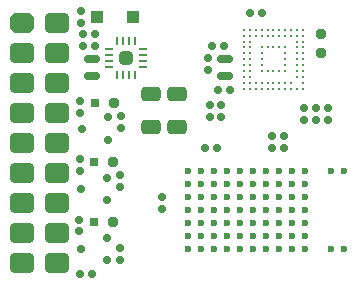
<source format=gbr>
%TF.GenerationSoftware,Altium Limited,Altium Designer,23.3.1 (30)*%
G04 Layer_Color=255*
%FSLAX45Y45*%
%MOMM*%
%TF.SameCoordinates,B56B3050-E4CE-4FE9-8081-1B6FDF6B35C2*%
%TF.FilePolarity,Positive*%
%TF.FileFunction,Pads,Top*%
%TF.Part,Single*%
G01*
G75*
%TA.AperFunction,SMDPad,CuDef*%
G04:AMPARAMS|DCode=10|XSize=0.65mm|YSize=1.35mm|CornerRadius=0.1625mm|HoleSize=0mm|Usage=FLASHONLY|Rotation=270.000|XOffset=0mm|YOffset=0mm|HoleType=Round|Shape=RoundedRectangle|*
%AMROUNDEDRECTD10*
21,1,0.65000,1.02500,0,0,270.0*
21,1,0.32500,1.35000,0,0,270.0*
1,1,0.32500,-0.51250,-0.16250*
1,1,0.32500,-0.51250,0.16250*
1,1,0.32500,0.51250,0.16250*
1,1,0.32500,0.51250,-0.16250*
%
%ADD10ROUNDEDRECTD10*%
G04:AMPARAMS|DCode=11|XSize=0.6mm|YSize=0.6mm|CornerRadius=0.15mm|HoleSize=0mm|Usage=FLASHONLY|Rotation=90.000|XOffset=0mm|YOffset=0mm|HoleType=Round|Shape=RoundedRectangle|*
%AMROUNDEDRECTD11*
21,1,0.60000,0.30000,0,0,90.0*
21,1,0.30000,0.60000,0,0,90.0*
1,1,0.30000,0.15000,0.15000*
1,1,0.30000,0.15000,-0.15000*
1,1,0.30000,-0.15000,-0.15000*
1,1,0.30000,-0.15000,0.15000*
%
%ADD11ROUNDEDRECTD11*%
G04:AMPARAMS|DCode=12|XSize=0.6mm|YSize=0.6mm|CornerRadius=0.15mm|HoleSize=0mm|Usage=FLASHONLY|Rotation=0.000|XOffset=0mm|YOffset=0mm|HoleType=Round|Shape=RoundedRectangle|*
%AMROUNDEDRECTD12*
21,1,0.60000,0.30000,0,0,0.0*
21,1,0.30000,0.60000,0,0,0.0*
1,1,0.30000,0.15000,-0.15000*
1,1,0.30000,-0.15000,-0.15000*
1,1,0.30000,-0.15000,0.15000*
1,1,0.30000,0.15000,0.15000*
%
%ADD12ROUNDEDRECTD12*%
G04:AMPARAMS|DCode=13|XSize=1.65mm|YSize=1.25mm|CornerRadius=0.3125mm|HoleSize=0mm|Usage=FLASHONLY|Rotation=180.000|XOffset=0mm|YOffset=0mm|HoleType=Round|Shape=RoundedRectangle|*
%AMROUNDEDRECTD13*
21,1,1.65000,0.62500,0,0,180.0*
21,1,1.02500,1.25000,0,0,180.0*
1,1,0.62500,-0.51250,0.31250*
1,1,0.62500,0.51250,0.31250*
1,1,0.62500,0.51250,-0.31250*
1,1,0.62500,-0.51250,-0.31250*
%
%ADD13ROUNDEDRECTD13*%
%ADD14R,0.23000X0.75000*%
G04:AMPARAMS|DCode=15|XSize=0.23mm|YSize=0.75mm|CornerRadius=0.0575mm|HoleSize=0mm|Usage=FLASHONLY|Rotation=180.000|XOffset=0mm|YOffset=0mm|HoleType=Round|Shape=RoundedRectangle|*
%AMROUNDEDRECTD15*
21,1,0.23000,0.63500,0,0,180.0*
21,1,0.11500,0.75000,0,0,180.0*
1,1,0.11500,-0.05750,0.31750*
1,1,0.11500,0.05750,0.31750*
1,1,0.11500,0.05750,-0.31750*
1,1,0.11500,-0.05750,-0.31750*
%
%ADD15ROUNDEDRECTD15*%
G04:AMPARAMS|DCode=16|XSize=0.23mm|YSize=0.75mm|CornerRadius=0.0575mm|HoleSize=0mm|Usage=FLASHONLY|Rotation=90.000|XOffset=0mm|YOffset=0mm|HoleType=Round|Shape=RoundedRectangle|*
%AMROUNDEDRECTD16*
21,1,0.23000,0.63500,0,0,90.0*
21,1,0.11500,0.75000,0,0,90.0*
1,1,0.11500,0.31750,0.05750*
1,1,0.11500,0.31750,-0.05750*
1,1,0.11500,-0.31750,-0.05750*
1,1,0.11500,-0.31750,0.05750*
%
%ADD16ROUNDEDRECTD16*%
G04:AMPARAMS|DCode=17|XSize=1.13mm|YSize=1.13mm|CornerRadius=0.2825mm|HoleSize=0mm|Usage=FLASHONLY|Rotation=90.000|XOffset=0mm|YOffset=0mm|HoleType=Round|Shape=RoundedRectangle|*
%AMROUNDEDRECTD17*
21,1,1.13000,0.56500,0,0,90.0*
21,1,0.56500,1.13000,0,0,90.0*
1,1,0.56500,0.28250,0.28250*
1,1,0.56500,0.28250,-0.28250*
1,1,0.56500,-0.28250,-0.28250*
1,1,0.56500,-0.28250,0.28250*
%
%ADD17ROUNDEDRECTD17*%
%TA.AperFunction,BGAPad,SMDef*%
%ADD18C,0.25000*%
%TA.AperFunction,BGAPad,CuDef*%
%ADD19C,0.25000*%
%ADD20C,0.60000*%
%TA.AperFunction,SMDPad,CuDef*%
G04:AMPARAMS|DCode=21|XSize=0.6mm|YSize=0.7mm|CornerRadius=0.15mm|HoleSize=0mm|Usage=FLASHONLY|Rotation=270.000|XOffset=0mm|YOffset=0mm|HoleType=Round|Shape=RoundedRectangle|*
%AMROUNDEDRECTD21*
21,1,0.60000,0.40000,0,0,270.0*
21,1,0.30000,0.70000,0,0,270.0*
1,1,0.30000,-0.20000,-0.15000*
1,1,0.30000,-0.20000,0.15000*
1,1,0.30000,0.20000,0.15000*
1,1,0.30000,0.20000,-0.15000*
%
%ADD21ROUNDEDRECTD21*%
G04:AMPARAMS|DCode=22|XSize=0.8mm|YSize=0.8mm|CornerRadius=0.2mm|HoleSize=0mm|Usage=FLASHONLY|Rotation=90.000|XOffset=0mm|YOffset=0mm|HoleType=Round|Shape=RoundedRectangle|*
%AMROUNDEDRECTD22*
21,1,0.80000,0.40000,0,0,90.0*
21,1,0.40000,0.80000,0,0,90.0*
1,1,0.40000,0.20000,0.20000*
1,1,0.40000,0.20000,-0.20000*
1,1,0.40000,-0.20000,-0.20000*
1,1,0.40000,-0.20000,0.20000*
%
%ADD22ROUNDEDRECTD22*%
%ADD23R,0.80000X0.80000*%
%ADD24R,1.10000X1.10000*%
G04:AMPARAMS|DCode=25|XSize=1.1mm|YSize=1.1mm|CornerRadius=0.275mm|HoleSize=0mm|Usage=FLASHONLY|Rotation=270.000|XOffset=0mm|YOffset=0mm|HoleType=Round|Shape=RoundedRectangle|*
%AMROUNDEDRECTD25*
21,1,1.10000,0.55000,0,0,270.0*
21,1,0.55000,1.10000,0,0,270.0*
1,1,0.55000,-0.27500,-0.27500*
1,1,0.55000,-0.27500,0.27500*
1,1,0.55000,0.27500,0.27500*
1,1,0.55000,0.27500,-0.27500*
%
%ADD25ROUNDEDRECTD25*%
G04:AMPARAMS|DCode=26|XSize=0.8mm|YSize=0.8mm|CornerRadius=0.2mm|HoleSize=0mm|Usage=FLASHONLY|Rotation=180.000|XOffset=0mm|YOffset=0mm|HoleType=Round|Shape=RoundedRectangle|*
%AMROUNDEDRECTD26*
21,1,0.80000,0.40000,0,0,180.0*
21,1,0.40000,0.80000,0,0,180.0*
1,1,0.40000,-0.20000,0.20000*
1,1,0.40000,0.20000,0.20000*
1,1,0.40000,0.20000,-0.20000*
1,1,0.40000,-0.20000,-0.20000*
%
%ADD26ROUNDEDRECTD26*%
%TA.AperFunction,ComponentPad*%
G04:AMPARAMS|DCode=31|XSize=1.7mm|YSize=2.1mm|CornerRadius=0mm|HoleSize=0mm|Usage=FLASHONLY|Rotation=270.000|XOffset=0mm|YOffset=0mm|HoleType=Round|Shape=Octagon|*
%AMOCTAGOND31*
4,1,8,1.05000,0.42500,1.05000,-0.42500,0.62500,-0.85000,-0.62500,-0.85000,-1.05000,-0.42500,-1.05000,0.42500,-0.62500,0.85000,0.62500,0.85000,1.05000,0.42500,0.0*
%
%ADD31OCTAGOND31*%

G04:AMPARAMS|DCode=32|XSize=1.7mm|YSize=2.1mm|CornerRadius=0.425mm|HoleSize=0mm|Usage=FLASHONLY|Rotation=270.000|XOffset=0mm|YOffset=0mm|HoleType=Round|Shape=RoundedRectangle|*
%AMROUNDEDRECTD32*
21,1,1.70000,1.25001,0,0,270.0*
21,1,0.85000,2.10000,0,0,270.0*
1,1,0.85000,-0.62500,-0.42500*
1,1,0.85000,-0.62500,0.42500*
1,1,0.85000,0.62500,0.42500*
1,1,0.85000,0.62500,-0.42500*
%
%ADD32ROUNDEDRECTD32*%
D10*
X750000Y2025000D02*
D03*
Y1875000D02*
D03*
X1880001Y1875000D02*
D03*
Y2025000D02*
D03*
D11*
X780000Y2130000D02*
D03*
X680000D02*
D03*
X780000Y2230000D02*
D03*
X680000D02*
D03*
X1920000Y1760000D02*
D03*
X1820000D02*
D03*
X2090000Y2410000D02*
D03*
X2190000D02*
D03*
X1870002Y2130001D02*
D03*
X1770002D02*
D03*
X1710000Y1270000D02*
D03*
X1810000D02*
D03*
X650000Y200000D02*
D03*
X750000D02*
D03*
D12*
X660000Y2330000D02*
D03*
Y2430000D02*
D03*
X650000Y1663289D02*
D03*
Y1563289D02*
D03*
X2550000Y1610000D02*
D03*
Y1510000D02*
D03*
X2750000Y1610000D02*
D03*
Y1510000D02*
D03*
X2650000Y1610000D02*
D03*
Y1510000D02*
D03*
X2280000Y1370000D02*
D03*
Y1270000D02*
D03*
X2380000Y1370000D02*
D03*
Y1270000D02*
D03*
X1000000Y1440000D02*
D03*
Y1540000D02*
D03*
X990000Y940000D02*
D03*
Y1040000D02*
D03*
X650000Y1173289D02*
D03*
Y1073289D02*
D03*
X1850000Y1630000D02*
D03*
Y1530000D02*
D03*
X990000Y320000D02*
D03*
Y420000D02*
D03*
X640000Y663289D02*
D03*
Y563289D02*
D03*
X1750001Y1630000D02*
D03*
Y1530000D02*
D03*
X1740000Y1930000D02*
D03*
Y2030000D02*
D03*
X1350000Y850000D02*
D03*
Y750000D02*
D03*
D13*
X1250000Y1450000D02*
D03*
Y1730000D02*
D03*
X1470000Y1450000D02*
D03*
Y1730000D02*
D03*
D14*
X965000Y1885000D02*
D03*
D15*
X1015000D02*
D03*
X1065000D02*
D03*
X1115000D02*
D03*
Y2175000D02*
D03*
X1065000D02*
D03*
X1015000D02*
D03*
X965000D02*
D03*
D16*
X1185000Y1955000D02*
D03*
Y2005000D02*
D03*
Y2055000D02*
D03*
Y2105000D02*
D03*
X895000D02*
D03*
Y2055000D02*
D03*
Y2005000D02*
D03*
Y1955000D02*
D03*
D17*
X1040000Y2030000D02*
D03*
D18*
X2040000Y2270000D02*
D03*
X2540000D02*
D03*
X2090000Y2220000D02*
D03*
Y1820000D02*
D03*
X2040000Y1770000D02*
D03*
X2540000D02*
D03*
X2490000Y2220000D02*
D03*
D19*
X2090000Y2270000D02*
D03*
X2140000D02*
D03*
X2190000D02*
D03*
X2240000D02*
D03*
X2290000D02*
D03*
X2340000D02*
D03*
X2390000D02*
D03*
X2440000D02*
D03*
X2490000D02*
D03*
X2040000Y2220000D02*
D03*
X2140000D02*
D03*
X2190000D02*
D03*
X2240000D02*
D03*
X2290000D02*
D03*
X2340000D02*
D03*
X2390000D02*
D03*
X2440000D02*
D03*
X2540000D02*
D03*
X2040000Y2170000D02*
D03*
X2090000D02*
D03*
X2490000D02*
D03*
X2540000D02*
D03*
X2040000Y2120000D02*
D03*
X2090000D02*
D03*
X2190000D02*
D03*
X2240000D02*
D03*
X2290000D02*
D03*
X2340000D02*
D03*
X2390000D02*
D03*
X2490000D02*
D03*
X2540000D02*
D03*
X2040000Y2070000D02*
D03*
X2090000D02*
D03*
X2190000D02*
D03*
X2390000D02*
D03*
X2490000D02*
D03*
X2540000D02*
D03*
X2040000Y2020000D02*
D03*
X2090000D02*
D03*
X2190000D02*
D03*
X2390000D02*
D03*
X2490000D02*
D03*
X2540000D02*
D03*
X2040000Y1970000D02*
D03*
X2090000D02*
D03*
X2190000D02*
D03*
X2390000D02*
D03*
X2490000D02*
D03*
X2540000D02*
D03*
X2040000Y1920000D02*
D03*
X2090000D02*
D03*
X2190000D02*
D03*
X2240000D02*
D03*
X2290000D02*
D03*
X2340000D02*
D03*
X2390000D02*
D03*
X2490000D02*
D03*
X2540000D02*
D03*
X2040000Y1870000D02*
D03*
X2090000D02*
D03*
X2490000D02*
D03*
X2540000D02*
D03*
X2040000Y1820000D02*
D03*
X2140000D02*
D03*
X2190000D02*
D03*
X2240000D02*
D03*
X2290000D02*
D03*
X2340000D02*
D03*
X2390000D02*
D03*
X2440000D02*
D03*
X2540000D02*
D03*
X2090000Y1770000D02*
D03*
X2140000D02*
D03*
X2190000D02*
D03*
X2240000D02*
D03*
X2290000D02*
D03*
X2340000D02*
D03*
X2390000D02*
D03*
X2440000D02*
D03*
X2490000D02*
D03*
D20*
X2890000Y1070000D02*
D03*
X2780000D02*
D03*
X2560000D02*
D03*
X2450000D02*
D03*
X2340000D02*
D03*
X2230000D02*
D03*
X2120000D02*
D03*
X2010000D02*
D03*
X1900000D02*
D03*
X1790000D02*
D03*
X1680000D02*
D03*
X1570000D02*
D03*
X2560000Y960000D02*
D03*
X2450000D02*
D03*
X2340000D02*
D03*
X2230000D02*
D03*
X2120000D02*
D03*
X2010000D02*
D03*
X1900000D02*
D03*
X1790000D02*
D03*
X1680000D02*
D03*
X1570000D02*
D03*
X2560000Y850000D02*
D03*
X2450000D02*
D03*
X2340000D02*
D03*
X2230000D02*
D03*
X2120000D02*
D03*
X2010000D02*
D03*
X1900000D02*
D03*
X1790000D02*
D03*
X1680000D02*
D03*
X1570000D02*
D03*
X2560000Y740000D02*
D03*
X2450000D02*
D03*
X2340000D02*
D03*
X2230000D02*
D03*
X2120000D02*
D03*
X2010000D02*
D03*
X1900000D02*
D03*
X1790000D02*
D03*
X1680000D02*
D03*
X1570000D02*
D03*
X2560000Y630000D02*
D03*
X2450000D02*
D03*
X2340000D02*
D03*
X2230000D02*
D03*
X2120000D02*
D03*
X2010000D02*
D03*
X1900000D02*
D03*
X1790000D02*
D03*
X1680000D02*
D03*
X1570000D02*
D03*
X2560000Y520000D02*
D03*
X2450000D02*
D03*
X2340000D02*
D03*
X2230000D02*
D03*
X2120000D02*
D03*
X2010000D02*
D03*
X1900000D02*
D03*
X1790000D02*
D03*
X1680000D02*
D03*
X1570000D02*
D03*
X2890000Y410000D02*
D03*
X2780000D02*
D03*
X2560000D02*
D03*
X2450000D02*
D03*
X2340000D02*
D03*
X2230000D02*
D03*
X2120000D02*
D03*
X2010000D02*
D03*
X1900000D02*
D03*
X1790000D02*
D03*
X1680000D02*
D03*
X1570000D02*
D03*
D21*
X890000Y1338289D02*
D03*
Y1528289D02*
D03*
X670000Y1433289D02*
D03*
X880000Y828289D02*
D03*
Y1018289D02*
D03*
X660000Y923289D02*
D03*
X880000Y318289D02*
D03*
Y508289D02*
D03*
X660000Y413289D02*
D03*
D22*
X940000Y1653289D02*
D03*
X930000Y1153289D02*
D03*
Y643289D02*
D03*
D23*
X780000Y1653289D02*
D03*
X770000Y1153289D02*
D03*
Y643289D02*
D03*
D24*
X1100000Y2380000D02*
D03*
D25*
X800000D02*
D03*
D26*
X2690000Y2070000D02*
D03*
Y2230000D02*
D03*
D31*
X160000Y2326000D02*
D03*
D32*
Y2072000D02*
D03*
Y1818000D02*
D03*
Y1564000D02*
D03*
Y1310000D02*
D03*
Y1056000D02*
D03*
Y802000D02*
D03*
X454000Y2326000D02*
D03*
Y2072000D02*
D03*
Y1818000D02*
D03*
Y1564000D02*
D03*
Y1310000D02*
D03*
Y1056000D02*
D03*
Y802000D02*
D03*
X160000Y548000D02*
D03*
Y294000D02*
D03*
X454000Y548000D02*
D03*
Y294000D02*
D03*
%TF.MD5,c38cfcd4d1d1a722ce2f0695a5078985*%
M02*

</source>
